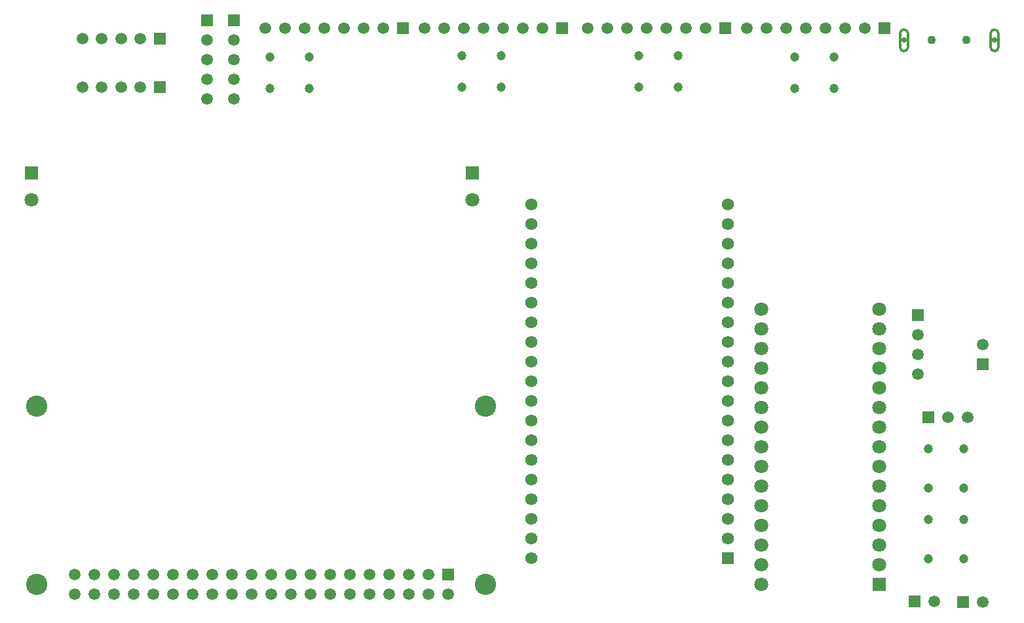
<source format=gbr>
%TF.GenerationSoftware,Altium Limited,Altium Designer,25.1.2 (22)*%
G04 Layer_Physical_Order=4*
G04 Layer_Color=16711680*
%FSLAX45Y45*%
%MOMM*%
%TF.SameCoordinates,50AF8CB0-8788-4631-97D4-B92DF93AA5B5*%
%TF.FilePolarity,Positive*%
%TF.FileFunction,Copper,L4,Bot,Signal*%
%TF.Part,Single*%
G01*
G75*
%TA.AperFunction,NonConductor*%
%ADD10C,0.30000*%
%TA.AperFunction,ComponentPad*%
%ADD23R,1.50000X1.50000*%
%ADD24C,1.50000*%
%ADD25C,1.20000*%
%ADD26R,1.50000X1.50000*%
%ADD27C,0.70000*%
%ADD28C,1.10000*%
%ADD29R,1.56000X1.56000*%
%ADD30C,1.56000*%
%ADD31C,1.80000*%
%ADD32R,1.80000X1.80000*%
%ADD33C,1.50800*%
%ADD34R,1.50800X1.50800*%
%ADD35C,2.75000*%
%ADD36R,1.80000X1.80000*%
D10*
X14298599Y12332800D02*
G03*
X14248599Y12382800I-50000J0D01*
G01*
D02*
G03*
X14198599Y12332800I0J-50000D01*
G01*
Y12152800D02*
G03*
X14248599Y12102800I50000J0D01*
G01*
D02*
G03*
X14298599Y12152800I0J50000D01*
G01*
X15468600Y12332800D02*
G03*
X15418600Y12382800I-50000J0D01*
G01*
D02*
G03*
X15368600Y12332800I0J-50000D01*
G01*
Y12152800D02*
G03*
X15418600Y12102800I50000J0D01*
G01*
D02*
G03*
X15468600Y12152800I0J50000D01*
G01*
X14298599D02*
Y12332800D01*
X14198599Y12152800D02*
Y12332800D01*
X15468600Y12152800D02*
Y12332800D01*
X15368600Y12152800D02*
Y12332800D01*
D23*
X15265401Y8051800D02*
D03*
X5588000Y12496800D02*
D03*
X5245100D02*
D03*
X14427200Y8686800D02*
D03*
D24*
X15265401Y8305800D02*
D03*
X5588000Y11480800D02*
D03*
Y11734800D02*
D03*
Y11988800D02*
D03*
Y12242800D02*
D03*
X5245100Y11480800D02*
D03*
Y11734800D02*
D03*
Y11988800D02*
D03*
Y12242800D02*
D03*
X14643100Y4991100D02*
D03*
X15265401Y4978400D02*
D03*
X13741400Y12395200D02*
D03*
X13487399D02*
D03*
X13233400D02*
D03*
X12979401D02*
D03*
X12725400D02*
D03*
X12471400D02*
D03*
X12217400D02*
D03*
X11684000D02*
D03*
X11430000D02*
D03*
X11176000D02*
D03*
X10922000D02*
D03*
X10668000D02*
D03*
X10414000D02*
D03*
X10160000D02*
D03*
X9575800D02*
D03*
X9321800D02*
D03*
X9067800D02*
D03*
X8813800D02*
D03*
X8559800D02*
D03*
X8305800D02*
D03*
X8051800D02*
D03*
X7518400D02*
D03*
X7264400D02*
D03*
X7010400D02*
D03*
X6756400D02*
D03*
X6502400D02*
D03*
X6248400D02*
D03*
X5994400D02*
D03*
X14820900Y7366000D02*
D03*
X15074899D02*
D03*
X14427200Y8432800D02*
D03*
Y8178800D02*
D03*
Y7924800D02*
D03*
D25*
X13347701Y12026900D02*
D03*
X12839700D02*
D03*
Y11620500D02*
D03*
X13347701D02*
D03*
X6057900Y12026900D02*
D03*
X6565900D02*
D03*
X6057900Y11620500D02*
D03*
X6565900D02*
D03*
X10820400Y12039600D02*
D03*
X11328400D02*
D03*
X10820400Y11633200D02*
D03*
X11328400D02*
D03*
X14566901Y5537200D02*
D03*
Y6045200D02*
D03*
Y6451600D02*
D03*
Y6959600D02*
D03*
X15024100Y5537200D02*
D03*
Y6045200D02*
D03*
Y6451600D02*
D03*
Y6959600D02*
D03*
X8534400Y12039600D02*
D03*
X9042400D02*
D03*
X8534400Y11633200D02*
D03*
X9042400D02*
D03*
D26*
X14389101Y4991100D02*
D03*
X15011400Y4978400D02*
D03*
X13995399Y12395200D02*
D03*
X11938000D02*
D03*
X9829800D02*
D03*
X7772400D02*
D03*
X14566901Y7366000D02*
D03*
D27*
X14248599Y12242800D02*
D03*
X15418600D02*
D03*
D28*
X14608600D02*
D03*
X15058600D02*
D03*
D29*
X11976100Y5549900D02*
D03*
D30*
Y5803900D02*
D03*
Y10121900D02*
D03*
Y6057900D02*
D03*
Y6311900D02*
D03*
Y6565900D02*
D03*
Y6819900D02*
D03*
Y7073900D02*
D03*
Y7327900D02*
D03*
Y7581900D02*
D03*
Y7835900D02*
D03*
Y8089900D02*
D03*
Y8343900D02*
D03*
Y8597900D02*
D03*
Y8851900D02*
D03*
Y9105900D02*
D03*
Y9359900D02*
D03*
Y9613900D02*
D03*
Y9867900D02*
D03*
X9436100Y5549900D02*
D03*
Y5803900D02*
D03*
Y6057900D02*
D03*
Y6311900D02*
D03*
Y6565900D02*
D03*
Y6819900D02*
D03*
Y7073900D02*
D03*
Y7327900D02*
D03*
Y7581900D02*
D03*
Y7835900D02*
D03*
Y8089900D02*
D03*
Y8343900D02*
D03*
Y8597900D02*
D03*
Y8851900D02*
D03*
Y9105900D02*
D03*
Y9359900D02*
D03*
Y9613900D02*
D03*
Y9867900D02*
D03*
Y10121900D02*
D03*
D31*
X12407900Y5207000D02*
D03*
Y5461000D02*
D03*
Y5715000D02*
D03*
Y5969000D02*
D03*
Y6223000D02*
D03*
Y6477000D02*
D03*
Y6731000D02*
D03*
Y6985000D02*
D03*
Y7239000D02*
D03*
Y7493000D02*
D03*
Y7747000D02*
D03*
Y8001000D02*
D03*
Y8255000D02*
D03*
Y8509000D02*
D03*
Y8763000D02*
D03*
X13931900D02*
D03*
Y8509000D02*
D03*
Y8255000D02*
D03*
Y8001000D02*
D03*
Y7747000D02*
D03*
Y7493000D02*
D03*
Y7239000D02*
D03*
Y6985000D02*
D03*
Y6731000D02*
D03*
Y6477000D02*
D03*
Y6223000D02*
D03*
Y5969000D02*
D03*
Y5715000D02*
D03*
Y5461000D02*
D03*
X8674100Y10178300D02*
D03*
X2971800D02*
D03*
D32*
X13931900Y5207000D02*
D03*
D33*
X4131500Y12266300D02*
D03*
X3881500D02*
D03*
X4381500D02*
D03*
X3631500D02*
D03*
X4131500Y11633200D02*
D03*
X3881500D02*
D03*
X4381500D02*
D03*
X3631500D02*
D03*
X3530600Y5085700D02*
D03*
Y5339700D02*
D03*
X3784600Y5085700D02*
D03*
Y5339700D02*
D03*
X4038600Y5085700D02*
D03*
Y5339700D02*
D03*
X4292600Y5085700D02*
D03*
Y5339700D02*
D03*
X4546600Y5085700D02*
D03*
Y5339700D02*
D03*
X4800600Y5085700D02*
D03*
Y5339700D02*
D03*
X5054600Y5085700D02*
D03*
Y5339700D02*
D03*
X5308600Y5085700D02*
D03*
Y5339700D02*
D03*
X5562600Y5085700D02*
D03*
Y5339700D02*
D03*
X5816600Y5085700D02*
D03*
Y5339700D02*
D03*
X6070600Y5085700D02*
D03*
Y5339700D02*
D03*
X6324600Y5085700D02*
D03*
Y5339700D02*
D03*
X6578600Y5085700D02*
D03*
Y5339700D02*
D03*
X6832600Y5085700D02*
D03*
Y5339700D02*
D03*
X7086600Y5085700D02*
D03*
Y5339700D02*
D03*
X7340600Y5085700D02*
D03*
Y5339700D02*
D03*
X7594600Y5085700D02*
D03*
Y5339700D02*
D03*
X7848600Y5085700D02*
D03*
Y5339700D02*
D03*
X8102600Y5085700D02*
D03*
Y5339700D02*
D03*
X8356600Y5085700D02*
D03*
D34*
X4631500Y12266300D02*
D03*
Y11633200D02*
D03*
X8356600Y5339700D02*
D03*
D35*
X3043600Y5212700D02*
D03*
Y7512700D02*
D03*
X8843600Y5212700D02*
D03*
Y7512700D02*
D03*
D36*
X8674100Y10528300D02*
D03*
X2971800D02*
D03*
%TF.MD5,8f673e415819e35ea728c7f50716fa60*%
M02*

</source>
